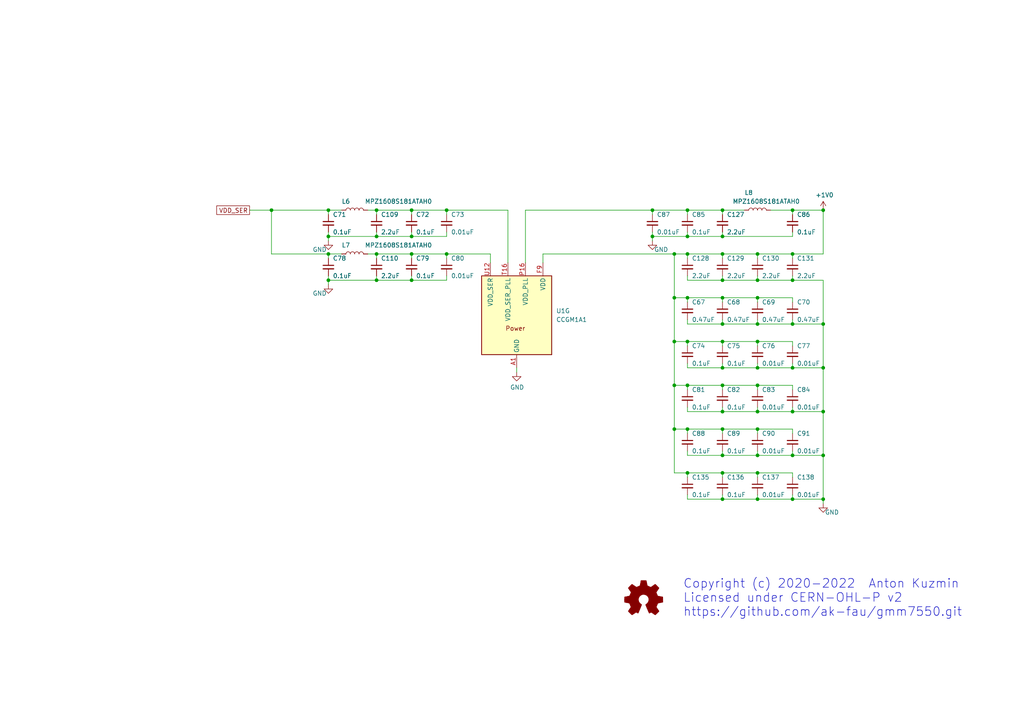
<source format=kicad_sch>
(kicad_sch (version 20211123) (generator eeschema)
  (paper "A4")
  (title_block (title "GateMate FPGA Module: GMM-7550") (date "2022-03-09") (rev "2.0"))
  (lib_symbols
    (symbol "Device:C_Small" (pin_numbers hide) (pin_names (offset 0.254) hide)
      (property "Reference" "C" (at 0.254 1.778 0))
      (property "Value" "Device_C_Small" (at 0.254 -2.032 0))
      (symbol "C_Small_1_1"
        (pin passive line (at 0 2.54 270) (length 2.032) (name "~") (number "1"))
        (pin passive line (at 0 -2.54 90) (length 2.032) (name "~") (number "2"))
      )
    )
    (symbol "Device:L" (pin_numbers hide) (pin_names (offset 1.016) hide)
      (property "Reference" "L" (at -1.27 0 90))
      (property "Value" "Device_L" (at 1.905 0 90))
      (symbol "L_1_1"
        (pin passive line (at 0 3.81 270) (length 1.27) (name "1") (number "1"))
        (pin passive line (at 0 -3.81 90) (length 1.27) (name "2") (number "2"))
      )
    )
    (symbol "FPGA_CologneChip_GateMate:CCGM1A1"
      (property "Reference" "U" (at -12.7 8.89 0))
      (property "Value" "CCGM1A1" (at 11.43 8.89 0))
      (symbol "CCGM1A1_1_1"
        (text "SERDES" (at 0 0 0) (effects (font (size 1.27 1.27))))
        (pin input line (at -15.24 5.08 0) (length 3.81) (name "SER_RX_P") (number "U11"))
        (pin output line (at 15.24 5.08 180) (length 3.81) (name "SER_TX_P") (number "U13"))
        (pin input line (at -15.24 2.54 0) (length 3.81) (name "SER_RX_N") (number "V11"))
        (pin passive line (at 15.24 -5.08 180) (length 3.81) (name "SER_RTERM") (number "V12"))
        (pin output line (at 15.24 2.54 180) (length 3.81) (name "SER_TX_N") (number "V13"))
      )
      (symbol "CCGM1A1_2_1"
        (text "CONFIGURATION" (at -11.43 6.35 0) (effects (font (size 1.27 1.27))))
        (pin bidirectional line (at 27.94 -7.62 180) (length 3.81) (name "IO_WA_A8/~{SPI_CS}") (number "N3"))
        (pin bidirectional line (at 27.94 -10.16 180) (length 3.81) (name "IO_WA_B8/SPI_CLK") (number "N4"))
        (pin power_in line (at 0 25.4 270) (length 3.81) (name "VDD_WA") (number "N5"))
        (pin bidirectional line (at 27.94 5.08 180) (length 3.81) (name "IO_WA_A7/SPI_D1") (number "P1"))
        (pin bidirectional line (at 27.94 7.62 180) (length 3.81) (name "IO_WA_B7/SPI_D0") (number "P2"))
        (pin passive line (at 0 25.4 270) (length 3.81) hide (name "VDD_WA") (number "P3"))
        (pin passive line (at 0 25.4 270) (length 3.81) hide (name "VDD_WA") (number "P5"))
        (pin bidirectional line (at 27.94 0 180) (length 3.81) (name "IO_WA_A6/SPI_D3") (number "R1"))
        (pin bidirectional line (at 27.94 2.54 180) (length 3.81) (name "IO_WA_B6/SPI_D2") (number "R2"))
        (pin bidirectional line (at -27.94 2.54 0) (length 3.81) (name "JTAG_TCK/IO_WA_A5") (number "R3"))
        (pin bidirectional line (at 27.94 -15.24 180) (length 3.81) (name "IO_WA_B5/SPI_FWD") (number "R4"))
        (pin bidirectional line (at -27.94 17.78 0) (length 3.81) (name "CFG_MD0/IO_WA_A0") (number "R5"))
        (pin passive line (at 0 25.4 270) (length 3.81) hide (name "VDD_WA") (number "T1"))
        (pin bidirectional line (at -27.94 -2.54 0) (length 3.81) (name "JTAG_TDI/IO_WA_A4") (number "T2"))
        (pin bidirectional line (at -27.94 0 0) (length 3.81) (name "JTAG_TMS/IO_WA_B4") (number "T3"))
        (pin bidirectional line (at -27.94 15.24 0) (length 3.81) (name "CFG_MD1/IO_WA_B0") (number "T5"))
        (pin bidirectional line (at -27.94 -12.7 0) (length 3.81) (name "POR_EN/IO_WA_A3") (number "U1"))
        (pin bidirectional line (at -27.94 -5.08 0) (length 3.81) (name "JTAG_TDO/IO_WA_B3") (number "U2"))
        (pin passive line (at 0 25.4 270) (length 3.81) hide (name "VDD_WA") (number "U3"))
        (pin bidirectional line (at -27.94 12.7 0) (length 3.81) (name "CFG_MD2/IO_WA_A1") (number "U4"))
        (pin bidirectional line (at 27.94 17.78 180) (length 3.81) (name "IO_WA_A2/~{CFG_FAILED}") (number "V2"))
        (pin bidirectional line (at 27.94 15.24 180) (length 3.81) (name "IO_WA_B2/CFG_DONE") (number "V3"))
        (pin bidirectional line (at -27.94 10.16 0) (length 3.81) (name "CFG_MD3/IO_WA_B1") (number "V4"))
      )
      (symbol "CCGM1A1_3_1"
        (text "IO North" (at 0 2.54 0) (effects (font (size 1.27 1.27))))
        (pin bidirectional line (at 17.78 10.16 180) (length 3.81) (name "IO_NB_B2") (number "A11"))
        (pin bidirectional line (at 17.78 -2.54 180) (length 3.81) (name "IO_NB_B4") (number "A12"))
        (pin bidirectional line (at 17.78 -17.78 180) (length 3.81) (name "IO_NB_B7") (number "A14"))
        (pin bidirectional line (at -17.78 22.86 0) (length 3.81) (name "IO_NA_A0") (number "A3"))
        (pin bidirectional line (at -17.78 17.78 0) (length 3.81) (name "IO_NA_A1") (number "A4"))
        (pin power_in line (at -2.54 30.48 270) (length 3.81) (name "VDD_NA") (number "A5"))
        (pin bidirectional line (at -17.78 0 0) (length 3.81) (name "IO_NA_A4") (number "A6"))
        (pin bidirectional line (at -17.78 -15.24 0) (length 3.81) (name "IO_NA_A7") (number "A8"))
        (pin bidirectional line (at 17.78 20.32 180) (length 3.81) (name "IO_NB_B0") (number "A9"))
        (pin power_in line (at 2.54 30.48 270) (length 3.81) (name "VDD_NB") (number "B10"))
        (pin bidirectional line (at 17.78 12.7 180) (length 3.81) (name "IO_NB_A2") (number "B11"))
        (pin bidirectional line (at 17.78 0 180) (length 3.81) (name "IO_NB_A4") (number "B12"))
        (pin passive line (at 2.54 30.48 270) (length 3.81) hide (name "VDD_NB") (number "B13"))
        (pin bidirectional line (at 17.78 -15.24 180) (length 3.81) (name "IO_NB_A7") (number "B14"))
        (pin bidirectional line (at -17.78 20.32 0) (length 3.81) (name "IO_NA_B0") (number "B3"))
        (pin bidirectional line (at -17.78 15.24 0) (length 3.81) (name "IO_NA_B1") (number "B4"))
        (pin bidirectional line (at -17.78 12.7 0) (length 3.81) (name "IO_NA_A2") (number "B5"))
        (pin bidirectional line (at -17.78 -2.54 0) (length 3.81) (name "IO_NA_B4") (number "B6"))
        (pin passive line (at -2.54 30.48 270) (length 3.81) hide (name "VDD_NA") (number "B7"))
        (pin bidirectional line (at -17.78 -17.78 0) (length 3.81) (name "IO_NA_B7") (number "B8"))
        (pin bidirectional line (at 17.78 22.86 180) (length 3.81) (name "IO_NB_A0") (number "B9"))
        (pin bidirectional line (at 17.78 15.24 180) (length 3.81) (name "IO_NB_B1") (number "C10"))
        (pin bidirectional line (at 17.78 5.08 180) (length 3.81) (name "IO_NB_B3") (number "C11"))
        (pin bidirectional line (at 17.78 -7.62 180) (length 3.81) (name "IO_NB_B5") (number "C12"))
        (pin bidirectional line (at 17.78 -12.7 180) (length 3.81) (name "IO_NB_B6") (number "C13"))
        (pin bidirectional line (at 17.78 -22.86 180) (length 3.81) (name "IO_NB_B8") (number "C14"))
        (pin bidirectional line (at -17.78 10.16 0) (length 3.81) (name "IO_NA_B2") (number "C5"))
        (pin bidirectional line (at -17.78 7.62 0) (length 3.81) (name "IO_NA_A3") (number "C6"))
        (pin bidirectional line (at -17.78 -5.08 0) (length 3.81) (name "IO_NA_A5") (number "C7"))
        (pin bidirectional line (at -17.78 -10.16 0) (length 3.81) (name "IO_NA_A6") (number "C8"))
        (pin bidirectional line (at -17.78 -20.32 0) (length 3.81) (name "IO_NA_A8") (number "C9"))
        (pin bidirectional line (at 17.78 17.78 180) (length 3.81) (name "IO_NB_A1") (number "D10"))
        (pin bidirectional line (at 17.78 7.62 180) (length 3.81) (name "IO_NB_A3") (number "D11"))
        (pin bidirectional line (at 17.78 -5.08 180) (length 3.81) (name "IO_NB_A5") (number "D12"))
        (pin bidirectional line (at 17.78 -10.16 180) (length 3.81) (name "IO_NB_A6") (number "D13"))
        (pin bidirectional line (at 17.78 -20.32 180) (length 3.81) (name "IO_NB_A8") (number "D14"))
        (pin bidirectional line (at -17.78 5.08 0) (length 3.81) (name "IO_NA_B3") (number "D6"))
        (pin bidirectional line (at -17.78 -7.62 0) (length 3.81) (name "IO_NA_B5") (number "D7"))
        (pin bidirectional line (at -17.78 -12.7 0) (length 3.81) (name "IO_NA_B6") (number "D8"))
        (pin bidirectional line (at -17.78 -22.86 0) (length 3.81) (name "IO_NA_B8") (number "D9"))
        (pin passive line (at 2.54 30.48 270) (length 3.81) hide (name "VDD_NB") (number "E10"))
        (pin passive line (at 2.54 30.48 270) (length 3.81) hide (name "VDD_NB") (number "E12"))
        (pin passive line (at -2.54 30.48 270) (length 3.81) hide (name "VDD_NA") (number "E6"))
        (pin passive line (at -2.54 30.48 270) (length 3.81) hide (name "VDD_NA") (number "E8"))
        (pin passive line (at 2.54 30.48 270) (length 3.81) hide (name "VDD_NB") (number "F11"))
        (pin passive line (at -2.54 30.48 270) (length 3.81) hide (name "VDD_NA") (number "F7"))
      )
      (symbol "CCGM1A1_4_1"
        (text "IO East" (at 0 2.54 0) (effects (font (size 1.27 1.27))))
        (pin bidirectional line (at 17.78 -22.86 180) (length 3.81) (name "IO_EB_B8") (number "A15"))
        (pin power_in line (at 2.54 30.48 270) (length 3.81) (name "VDD_EB") (number "A16"))
        (pin bidirectional line (at 17.78 -7.62 180) (length 3.81) (name "IO_EB_B5") (number "A17"))
        (pin bidirectional line (at 17.78 -20.32 180) (length 3.81) (name "IO_EB_A8") (number "B15"))
        (pin bidirectional line (at 17.78 -5.08 180) (length 3.81) (name "IO_EB_A5") (number "B17"))
        (pin passive line (at 2.54 30.48 270) (length 3.81) hide (name "VDD_EB") (number "B18"))
        (pin bidirectional line (at 17.78 -17.78 180) (length 3.81) (name "IO_EB_B7") (number "C15"))
        (pin bidirectional line (at 17.78 -12.7 180) (length 3.81) (name "IO_EB_B6") (number "C16"))
        (pin bidirectional line (at 17.78 -2.54 180) (length 3.81) (name "IO_EB_B4") (number "C17"))
        (pin bidirectional line (at 17.78 0 180) (length 3.81) (name "IO_EB_A4") (number "C18"))
        (pin bidirectional line (at 17.78 -15.24 180) (length 3.81) (name "IO_EB_A7") (number "D15"))
        (pin bidirectional line (at 17.78 -10.16 180) (length 3.81) (name "IO_EB_A6") (number "D16"))
        (pin bidirectional line (at 17.78 10.16 180) (length 3.81) (name "IO_EB_B2") (number "D17"))
        (pin bidirectional line (at 17.78 12.7 180) (length 3.81) (name "IO_EB_A2") (number "D18"))
        (pin passive line (at 2.54 30.48 270) (length 3.81) hide (name "VDD_EB") (number "E14"))
        (pin bidirectional line (at 17.78 5.08 180) (length 3.81) (name "IO_EB_B3") (number "E15"))
        (pin bidirectional line (at 17.78 7.62 180) (length 3.81) (name "IO_EB_A3") (number "E16"))
        (pin passive line (at 2.54 30.48 270) (length 3.81) hide (name "VDD_EB") (number "E17"))
        (pin passive line (at 2.54 30.48 270) (length 3.81) hide (name "VDD_EB") (number "F13"))
        (pin bidirectional line (at 17.78 15.24 180) (length 3.81) (name "IO_EB_B1") (number "F15"))
        (pin bidirectional line (at 17.78 17.78 180) (length 3.81) (name "IO_EB_A1") (number "F16"))
        (pin bidirectional line (at 17.78 20.32 180) (length 3.81) (name "IO_EB_B0") (number "F17"))
        (pin bidirectional line (at 17.78 22.86 180) (length 3.81) (name "IO_EB_A0") (number "F18"))
        (pin power_in line (at -2.54 30.48 270) (length 3.81) (name "VDD_EA") (number "G14"))
        (pin bidirectional line (at -17.78 -22.86 0) (length 3.81) (name "IO_EA_B8") (number "G15"))
        (pin bidirectional line (at -17.78 -20.32 0) (length 3.81) (name "IO_EA_A8") (number "G16"))
        (pin bidirectional line (at -17.78 -17.78 0) (length 3.81) (name "IO_EA_B7") (number "G17"))
        (pin bidirectional line (at -17.78 -15.24 0) (length 3.81) (name "IO_EA_A7") (number "G18"))
        (pin bidirectional line (at -17.78 -12.7 0) (length 3.81) (name "IO_EA_B6") (number "H15"))
        (pin bidirectional line (at -17.78 -10.16 0) (length 3.81) (name "IO_EA_A6") (number "H16"))
        (pin passive line (at -2.54 30.48 270) (length 3.81) hide (name "VDD_EA") (number "H17"))
        (pin passive line (at -2.54 30.48 270) (length 3.81) hide (name "VDD_EA") (number "J14"))
        (pin bidirectional line (at -17.78 -7.62 0) (length 3.81) (name "IO_EA_B5") (number "J15"))
        (pin bidirectional line (at -17.78 -5.08 0) (length 3.81) (name "IO_EA_A5") (number "J16"))
        (pin bidirectional line (at -17.78 -2.54 0) (length 3.81) (name "IO_EA_B4") (number "J17"))
        (pin bidirectional line (at -17.78 0 0) (length 3.81) (name "IO_EA_A4") (number "J18"))
        (pin bidirectional line (at -17.78 5.08 0) (length 3.81) (name "IO_EA_B3") (number "K15"))
        (pin bidirectional line (at -17.78 7.62 0) (length 3.81) (name "IO_EA_A3") (number "K16"))
        (pin bidirectional line (at -17.78 10.16 0) (length 3.81) (name "IO_EA_B2") (number "K17"))
        (pin bidirectional line (at -17.78 12.7 0) (length 3.81) (name "IO_EA_A2") (number "K18"))
        (pin passive line (at -2.54 30.48 270) (length 3.81) hide (name "VDD_EA") (number "L14"))
        (pin bidirectional line (at -17.78 15.24 0) (length 3.81) (name "IO_EA_B1") (number "L15"))
        (pin bidirectional line (at -17.78 17.78 0) (length 3.81) (name "IO_EA_A1") (number "L16"))
        (pin passive line (at -2.54 30.48 270) (length 3.81) hide (name "VDD_EA") (number "L17"))
        (pin bidirectional line (at -17.78 20.32 0) (length 3.81) (name "IO_EA_B0") (number "M14"))
        (pin bidirectional line (at -17.78 22.86 0) (length 3.81) (name "IO_EA_A0") (number "M15"))
      )
      (symbol "CCGM1A1_5_1"
        (text "IO South" (at 0 2.54 0) (effects (font (size 1.27 1.27))))
        (pin bidirectional line (at 17.78 7.62 180) (length 3.81) (name "IO_SB_A3") (number "M17"))
        (pin bidirectional line (at 17.78 5.08 180) (length 3.81) (name "IO_SB_B3") (number "M18"))
        (pin power_in line (at 2.54 30.48 270) (length 3.81) (name "VDD_SB") (number "N11"))
        (pin passive line (at 2.54 30.48 270) (length 3.81) hide (name "VDD_SB") (number "N13"))
        (pin bidirectional line (at 17.78 -20.32 180) (length 3.81) (name "CLK1/IO_SB_A8") (number "N14"))
        (pin bidirectional line (at 17.78 -22.86 180) (length 3.81) (name "IO_SB_B8") (number "N15"))
        (pin passive line (at 2.54 30.48 270) (length 3.81) hide (name "VDD_SB") (number "N18"))
        (pin passive line (at -2.54 30.48 270) (length 3.81) hide (name "VDD_SA") (number "P10"))
        (pin bidirectional line (at 17.78 0 180) (length 3.81) (name "IO_SB_A4") (number "P11"))
        (pin bidirectional line (at 17.78 -15.24 180) (length 3.81) (name "CLK2/IO_SB_A7") (number "P12"))
        (pin bidirectional line (at 17.78 -17.78 180) (length 3.81) (name "IO_SB_B7") (number "P13"))
        (pin bidirectional line (at 17.78 -10.16 180) (length 3.81) (name "CLK3/IO_SB_A6") (number "P14"))
        (pin bidirectional line (at 17.78 -12.7 180) (length 3.81) (name "IO_SB_B6") (number "P15"))
        (pin bidirectional line (at 17.78 12.7 180) (length 3.81) (name "IO_SB_A2") (number "P17"))
        (pin bidirectional line (at 17.78 10.16 180) (length 3.81) (name "IO_SB_B2") (number "P18"))
        (pin power_in line (at -2.54 30.48 270) (length 3.81) (name "VDD_SA") (number "P6"))
        (pin passive line (at -2.54 30.48 270) (length 3.81) hide (name "VDD_SA") (number "P8"))
        (pin bidirectional line (at -17.78 -15.24 0) (length 3.81) (name "IO_SA_A7") (number "R10"))
        (pin bidirectional line (at 17.78 -2.54 180) (length 3.81) (name "IO_SB_B4") (number "R11"))
        (pin bidirectional line (at 17.78 -5.08 180) (length 3.81) (name "CLK4/IO_SB_A5") (number "R13"))
        (pin bidirectional line (at 17.78 -7.62 180) (length 3.81) (name "IO_SB_B5") (number "R14"))
        (pin passive line (at 2.54 30.48 270) (length 3.81) hide (name "VDD_SB") (number "R15"))
        (pin bidirectional line (at 17.78 17.78 180) (length 3.81) (name "IO_SB_A1") (number "R17"))
        (pin bidirectional line (at 17.78 15.24 180) (length 3.81) (name "IO_SB_B1") (number "R18"))
        (pin bidirectional line (at -17.78 17.78 0) (length 3.81) (name "IO_SA_A1") (number "R6"))
        (pin bidirectional line (at -17.78 12.7 0) (length 3.81) (name "IO_SA_A2") (number "R7"))
        (pin bidirectional line (at -17.78 0 0) (length 3.81) (name "IO_SA_A4") (number "R8"))
        (pin bidirectional line (at -17.78 -10.16 0) (length 3.81) (name "IO_SA_A6") (number "R9"))
        (pin bidirectional line (at -17.78 -17.78 0) (length 3.81) (name "IO_SA_B7") (number "T10"))
        (pin passive line (at 2.54 30.48 270) (length 3.81) hide (name "VDD_SB") (number "T18"))
        (pin bidirectional line (at -17.78 15.24 0) (length 3.81) (name "IO_SA_B1") (number "T6"))
        (pin bidirectional line (at -17.78 10.16 0) (length 3.81) (name "IO_SA_B2") (number "T7"))
        (pin bidirectional line (at -17.78 -2.54 0) (length 3.81) (name "IO_SA_B4") (number "T8"))
        (pin bidirectional line (at -17.78 -12.7 0) (length 3.81) (name "IO_SA_B6") (number "T9"))
        (pin bidirectional line (at -17.78 -20.32 0) (length 3.81) (name "IO_SA_A8") (number "U10"))
        (pin bidirectional line (at 17.78 22.86 180) (length 3.81) (name "IO_SB_A0") (number "U17"))
        (pin bidirectional line (at 17.78 20.32 180) (length 3.81) (name "IO_SB_B0") (number "U18"))
        (pin bidirectional line (at -17.78 22.86 0) (length 3.81) (name "IO_SA_A0") (number "U5"))
        (pin passive line (at -2.54 30.48 270) (length 3.81) hide (name "VDD_SA") (number "U6"))
        (pin bidirectional line (at -17.78 7.62 0) (length 3.81) (name "IO_SA_A3") (number "U7"))
        (pin bidirectional line (at -17.78 -5.08 0) (length 3.81) (name "IO_SA_A5") (number "U8"))
        (pin passive line (at -2.54 30.48 270) (length 3.81) hide (name "VDD_SA") (number "U9"))
        (pin bidirectional line (at -17.78 -22.86 0) (length 3.81) (name "IO_SA_B8") (number "V10"))
        (pin bidirectional line (at -17.78 20.32 0) (length 3.81) (name "IO_SA_B0") (number "V5"))
        (pin bidirectional line (at -17.78 5.08 0) (length 3.81) (name "IO_SA_B3") (number "V7"))
        (pin bidirectional line (at -17.78 -7.62 0) (length 3.81) (name "IO_SA_B5") (number "V8"))
      )
      (symbol "CCGM1A1_6_1"
        (text "IO West" (at 0 2.54 0) (effects (font (size 1.27 1.27))))
        (pin power_in line (at 2.54 30.48 270) (length 3.81) (name "VDD_WC") (number "A2"))
        (pin bidirectional line (at 17.78 -20.32 180) (length 3.81) (name "IO_WC_A8") (number "B1"))
        (pin bidirectional line (at 17.78 -22.86 180) (length 3.81) (name "IO_WC_B8") (number "B2"))
        (pin passive line (at 2.54 30.48 270) (length 3.81) hide (name "VDD_WC") (number "C2"))
        (pin bidirectional line (at 17.78 -15.24 180) (length 3.81) (name "IO_WC_A7") (number "C3"))
        (pin bidirectional line (at 17.78 -17.78 180) (length 3.81) (name "IO_WC_B7") (number "C4"))
        (pin bidirectional line (at 17.78 -5.08 180) (length 3.81) (name "IO_WC_A5") (number "D1"))
        (pin bidirectional line (at 17.78 -7.62 180) (length 3.81) (name "IO_WC_B5") (number "D2"))
        (pin bidirectional line (at 17.78 -10.16 180) (length 3.81) (name "IO_WC_A6") (number "D3"))
        (pin bidirectional line (at 17.78 -12.7 180) (length 3.81) (name "IO_WC_B6") (number "D4"))
        (pin passive line (at 2.54 30.48 270) (length 3.81) hide (name "VDD_WC") (number "D5"))
        (pin bidirectional line (at 17.78 7.62 180) (length 3.81) (name "IO_WC_A3") (number "E1"))
        (pin bidirectional line (at 17.78 5.08 180) (length 3.81) (name "IO_WC_B3") (number "E2"))
        (pin bidirectional line (at 17.78 0 180) (length 3.81) (name "IO_WC_A4") (number "E3"))
        (pin bidirectional line (at 17.78 -2.54 180) (length 3.81) (name "IO_WC_B4") (number "E4"))
        (pin passive line (at 2.54 30.48 270) (length 3.81) hide (name "VDD_WC") (number "F2"))
        (pin bidirectional line (at 17.78 12.7 180) (length 3.81) (name "IO_WC_A2") (number "F3"))
        (pin bidirectional line (at 17.78 10.16 180) (length 3.81) (name "IO_WC_B2") (number "F4"))
        (pin passive line (at 2.54 30.48 270) (length 3.81) hide (name "VDD_WC") (number "F5"))
        (pin bidirectional line (at 17.78 22.86 180) (length 3.81) (name "IO_WC_A0") (number "G1"))
        (pin bidirectional line (at 17.78 20.32 180) (length 3.81) (name "IO_WC_B0") (number "G2"))
        (pin bidirectional line (at 17.78 17.78 180) (length 3.81) (name "IO_WC_A1") (number "G3"))
        (pin bidirectional line (at 17.78 15.24 180) (length 3.81) (name "IO_WC_B1") (number "G4"))
        (pin bidirectional line (at -17.78 -15.24 0) (length 3.81) (name "IO_WB_A7") (number "H1"))
        (pin bidirectional line (at -17.78 -17.78 0) (length 3.81) (name "IO_WB_B7") (number "H2"))
        (pin bidirectional line (at -17.78 -20.32 0) (length 3.81) (name "IO_WB_A8") (number "H3"))
        (pin bidirectional line (at -17.78 -22.86 0) (length 3.81) (name "IO_WB_B8") (number "H4"))
        (pin power_in line (at -2.54 30.48 270) (length 3.81) (name "VDD_WB") (number "H5"))
        (pin passive line (at -2.54 30.48 270) (length 3.81) hide (name "VDD_WB") (number "J2"))
        (pin bidirectional line (at -17.78 -10.16 0) (length 3.81) (name "IO_WB_A6") (number "J3"))
        (pin bidirectional line (at -17.78 -12.7 0) (length 3.81) (name "IO_WB_B6") (number "J4"))
        (pin bidirectional line (at -17.78 -5.08 0) (length 3.81) (name "IO_WB_A5") (number "K1"))
        (pin bidirectional line (at -17.78 -7.62 0) (length 3.81) (name "IO_WB_B5") (number "K2"))
        (pin bidirectional line (at -17.78 0 0) (length 3.81) (name "IO_WB_A4") (number "K3"))
        (pin bidirectional line (at -17.78 -2.54 0) (length 3.81) (name "IO_WB_B4") (number "K4"))
        (pin passive line (at -2.54 30.48 270) (length 3.81) hide (name "VDD_WB") (number "K5"))
        (pin bidirectional line (at -17.78 7.62 0) (length 3.81) (name "IO_WB_A3") (number "L1"))
        (pin bidirectional line (at -17.78 5.08 0) (length 3.81) (name "IO_WB_B3") (number "L2"))
        (pin bidirectional line (at -17.78 12.7 0) (length 3.81) (name "IO_WB_A2") (number "L3"))
        (pin bidirectional line (at -17.78 10.16 0) (length 3.81) (name "IO_WB_B2") (number "L4"))
        (pin passive line (at -2.54 30.48 270) (length 3.81) hide (name "VDD_WB") (number "M2"))
        (pin bidirectional line (at -17.78 17.78 0) (length 3.81) (name "IO_WB_A1") (number "M3"))
        (pin bidirectional line (at -17.78 15.24 0) (length 3.81) (name "IO_WB_B1") (number "M4"))
        (pin passive line (at -2.54 30.48 270) (length 3.81) hide (name "VDD_WB") (number "M5"))
        (pin bidirectional line (at -17.78 22.86 0) (length 3.81) (name "IO_WB_A0") (number "N1"))
        (pin bidirectional line (at -17.78 20.32 0) (length 3.81) (name "IO_WB_B0") (number "N2"))
      )
      (symbol "CCGM1A1_7_1"
        (text "Power" (at 2.54 -3.81 0) (effects (font (size 1.27 1.27)) (justify right)))
        (pin power_in line (at 0 -15.24 90) (length 3.81) (name "GND") (number "A1"))
        (pin passive line (at 0 -15.24 90) (length 3.81) hide (name "GND") (number "A10"))
        (pin passive line (at 0 -15.24 90) (length 3.81) hide (name "GND") (number "A13"))
        (pin passive line (at 0 -15.24 90) (length 3.81) hide (name "GND") (number "A18"))
        (pin passive line (at 0 -15.24 90) (length 3.81) hide (name "GND") (number "A7"))
        (pin passive line (at 0 -15.24 90) (length 3.81) hide (name "GND") (number "B16"))
        (pin passive line (at 0 -15.24 90) (length 3.81) hide (name "GND") (number "C1"))
        (pin passive line (at 0 -15.24 90) (length 3.81) hide (name "GND") (number "E11"))
        (pin passive line (at 0 -15.24 90) (length 3.81) hide (name "GND") (number "E13"))
        (pin passive line (at 0 -15.24 90) (length 3.81) hide (name "GND") (number "E18"))
        (pin passive line (at 0 -15.24 90) (length 3.81) hide (name "GND") (number "E5"))
        (pin passive line (at 0 -15.24 90) (length 3.81) hide (name "GND") (number "E7"))
        (pin passive line (at 0 -15.24 90) (length 3.81) hide (name "GND") (number "E9"))
        (pin passive line (at 0 -15.24 90) (length 3.81) hide (name "GND") (number "F1"))
        (pin passive line (at 0 -15.24 90) (length 3.81) hide (name "GND") (number "F10"))
        (pin passive line (at 0 -15.24 90) (length 3.81) hide (name "GND") (number "F12"))
        (pin passive line (at 0 -15.24 90) (length 3.81) hide (name "GND") (number "F14"))
        (pin passive line (at 0 -15.24 90) (length 3.81) hide (name "GND") (number "F6"))
        (pin passive line (at 0 -15.24 90) (length 3.81) hide (name "GND") (number "F8"))
        (pin power_in line (at 7.62 15.24 270) (length 3.81) (name "VDD") (number "F9"))
        (pin passive line (at 7.62 15.24 270) (length 3.81) hide (name "VDD") (number "G10"))
        (pin passive line (at 0 -15.24 90) (length 3.81) hide (name "GND") (number "G11"))
        (pin passive line (at 7.62 15.24 270) (length 3.81) hide (name "VDD") (number "G12"))
        (pin passive line (at 0 -15.24 90) (length 3.81) hide (name "GND") (number "G13"))
        (pin passive line (at 0 -15.24 90) (length 3.81) hide (name "GND") (number "G5"))
        (pin passive line (at 7.62 15.24 270) (length 3.81) hide (name "VDD") (number "G6"))
        (pin passive line (at 0 -15.24 90) (length 3.81) hide (name "GND") (number "G7"))
        (pin passive line (at 7.62 15.24 270) (length 3.81) hide (name "VDD") (number "G8"))
        (pin passive line (at 0 -15.24 90) (length 3.81) hide (name "GND") (number "G9"))
        (pin passive line (at 0 -15.24 90) (length 3.81) hide (name "GND") (number "H10"))
        (pin passive line (at 7.62 15.24 270) (length 3.81) hide (name "VDD") (number "H11"))
        (pin passive line (at 0 -15.24 90) (length 3.81) hide (name "GND") (number "H12"))
        (pin passive line (at 7.62 15.24 270) (length 3.81) hide (name "VDD") (number "H13"))
        (pin passive line (at 0 -15.24 90) (length 3.81) hide (name "GND") (number "H14"))
        (pin passive line (at 0 -15.24 90) (length 3.81) hide (name "GND") (number "H18"))
        (pin passive line (at 0 -15.24 90) (length 3.81) hide (name "GND") (number "H6"))
        (pin passive line (at 7.62 15.24 270) (length 3.81) hide (name "VDD") (number "H7"))
        (pin passive line (at 0 -15.24 90) (length 3.81) hide (name "GND") (number "H8"))
        (pin passive line (at 7.62 15.24 270) (length 3.81) hide (name "VDD") (number "H9"))
        (pin passive line (at 0 -15.24 90) (length 3.81) hide (name "GND") (number "J1"))
        (pin passive line (at 7.62 15.24 270) (length 3.81) hide (name "VDD") (number "J10"))
        (pin passive line (at 0 -15.24 90) (length 3.81) hide (name "GND") (number "J11"))
        (pin passive line (at 7.62 15.24 270) (length 3.81) hide (name "VDD") (number "J12"))
        (pin passive line (at 0 -15.24 90) (length 3.81) hide (name "GND") (number "J13"))
        (pin passive line (at 0 -15.24 90) (length 3.81) hide (name "GND") (number "J5"))
        (pin passive line (at 7.62 15.24 270) (length 3.81) hide (name "VDD") (number "J6"))
        (pin passive line (at 0 -15.24 90) (length 3.81) hide (name "GND") (number "J7"))
        (pin passive line (at 7.62 15.24 270) (length 3.81) hide (name "VDD") (number "J8"))
        (pin passive line (at 0 -15.24 90) (length 3.81) hide (name "GND") (number "J9"))
        (pin passive line (at 0 -15.24 90) (length 3.81) hide (name "GND") (number "K10"))
        (pin passive line (at 7.62 15.24 270) (length 3.81) hide (name "VDD") (number "K11"))
        (pin passive line (at 0 -15.24 90) (length 3.81) hide (name "GND") (number "K12"))
        (pin passive line (at 7.62 15.24 270) (length 3.81) hide (name "VDD") (number "K13"))
        (pin passive line (at 0 -15.24 90) (length 3.81) hide (name "GND") (number "K14"))
        (pin passive line (at 0 -15.24 90) (length 3.81) hide (name "GND") (number "K6"))
        (pin passive line (at 7.62 15.24 270) (length 3.81) hide (name "VDD") (number "K7"))
        (pin passive line (at 0 -15.24 90) (length 3.81) hide (name "GND") (number "K8"))
        (pin passive line (at 7.62 15.24 270) (length 3.81) hide (name "VDD") (number "K9"))
        (pin passive line (at 7.62 15.24 270) (length 3.81) hide (name "VDD") (number "L10"))
        (pin passive line (at 0 -15.24 90) (length 3.81) hide (name "GND") (number "L11"))
        (pin passive line (at 7.62 15.24 270) (length 3.81) hide (name "VDD") (number "L12"))
        (pin passive line (at 0 -15.24 90) (length 3.81) hide (name "GND") (number "L13"))
        (pin passive line (at 0 -15.24 90) (length 3.81) hide (name "GND") (number "L18"))
        (pin passive line (at 0 -15.24 90) (length 3.81) hide (name "GND") (number "L5"))
        (pin passive line (at 7.62 15.24 270) (length 3.81) hide (name "VDD") (number "L6"))
        (pin passive line (at 0 -15.24 90) (length 3.81) hide (name "GND") (number "L7"))
        (pin passive line (at 7.62 15.24 270) (length 3.81) hide (name "VDD") (number "L8"))
        (pin passive line (at 0 -15.24 90) (length 3.81) hide (name "GND") (number "L9"))
        (pin passive line (at 0 -15.24 90) (length 3.81) hide (name "GND") (number "M1"))
        (pin passive line (at 0 -15.24 90) (length 3.81) hide (name "GND") (number "M10"))
        (pin passive line (at 7.62 15.24 270) (length 3.81) hide (name "VDD") (number "M11"))
        (pin passive line (at 0 -15.24 90) (length 3.81) hide (name "GND") (number "M12"))
        (pin passive line (at 7.62 15.24 270) (length 3.81) hide (name "VDD") (number "M13"))
        (pin passive line (at 0 -15.24 90) (length 3.81) hide (name "GND") (number "M16"))
        (pin passive line (at 0 -15.24 90) (length 3.81) hide (name "GND") (number "M6"))
        (pin passive line (at 7.62 15.24 270) (length 3.81) hide (name "VDD") (number "M7"))
        (pin passive line (at 0 -15.24 90) (length 3.81) hide (name "GND") (number "M8"))
        (pin passive line (at 7.62 15.24 270) (length 3.81) hide (name "VDD") (number "M9"))
        (pin passive line (at 7.62 15.24 270) (length 3.81) hide (name "VDD") (number "N10"))
        (pin passive line (at 0 -15.24 90) (length 3.81) hide (name "GND") (number "N12"))
        (pin no_connect line (at 10.16 -7.62 180) (length 3.81) hide (name "NC") (number "N16"))
        (pin passive line (at 0 -15.24 90) (length 3.81) hide (name "GND") (number "N17"))
        (pin passive line (at 7.62 15.24 270) (length 3.81) hide (name "VDD") (number "N6"))
        (pin passive line (at 0 -15.24 90) (length 3.81) hide (name "GND") (number "N7"))
        (pin passive line (at 7.62 15.24 270) (length 3.81) hide (name "VDD") (number "N8"))
        (pin passive line (at 0 -15.24 90) (length 3.81) hide (name "GND") (number "N9"))
        (pin power_in line (at 2.54 15.24 270) (length 3.81) (name "VDD_PLL") (number "P16"))
        (pin passive line (at 0 -15.24 90) (length 3.81) hide (name "GND") (number "P4"))
        (pin passive line (at 0 -15.24 90) (length 3.81) hide (name "GND") (number "P7"))
        (pin passive line (at 0 -15.24 90) (length 3.81) hide (name "GND") (number "P9"))
        (pin passive line (at 0 -15.24 90) (length 3.81) hide (name "GND") (number "R12"))
        (pin passive line (at 0 -15.24 90) (length 3.81) hide (name "GND") (number "R16"))
        (pin passive line (at 0 -15.24 90) (length 3.81) hide (name "GND") (number "T11"))
        (pin power_in line (at -2.54 15.24 270) (length 3.81) (name "VDD_SER_PLL") (number "T16"))
        (pin passive line (at 0 -15.24 90) (length 3.81) hide (name "GND") (number "T17"))
        (pin passive line (at 0 -15.24 90) (length 3.81) hide (name "GND") (number "T4"))
        (pin power_in line (at -7.62 15.24 270) (length 3.81) (name "VDD_SER") (number "U12"))
        (pin passive line (at 0 -15.24 90) (length 3.81) hide (name "GND") (number "U14"))
        (pin passive line (at 0 -15.24 90) (length 3.81) hide (name "GND") (number "U15"))
        (pin passive line (at 0 -15.24 90) (length 3.81) hide (name "GND") (number "U16"))
        (pin passive line (at 0 -15.24 90) (length 3.81) hide (name "GND") (number "V1"))
        (pin passive line (at 0 -15.24 90) (length 3.81) hide (name "GND") (number "V14"))
        (pin passive line (at 0 -15.24 90) (length 3.81) hide (name "GND") (number "V16"))
        (pin passive line (at -7.62 15.24 270) (length 3.81) hide (name "VDD_SER") (number "V17"))
        (pin passive line (at 0 -15.24 90) (length 3.81) hide (name "GND") (number "V18"))
        (pin passive line (at 0 -15.24 90) (length 3.81) hide (name "GND") (number "V6"))
        (pin passive line (at 0 -15.24 90) (length 3.81) hide (name "GND") (number "V9"))
      )
      (symbol "CCGM1A1_8_1"
        (pin input line (at -15.24 2.54 0) (length 3.81) (name "SER_CLK") (number "T12"))
        (pin input line (at -15.24 -2.54 0) (length 3.81) (name "SER_CLK_N") (number "T13"))
        (pin power_in line (at 0 12.7 270) (length 3.81) (name "VDD_CLK") (number "T14"))
        (pin input line (at 15.24 2.54 180) (length 3.81) (name "~{RESET}") (number "T15"))
        (pin passive line (at 15.24 -2.54 180) (length 3.81) (name "POR_ADJ") (number "V15"))
      )
    )
    (symbol "Graphic:Logo_Open_Hardware_Small" (pin_names (offset 1.016)))
    (symbol "power:+1V0" (power) (pin_names (offset 0))
      (property "Value" "power_+1V0" (at 0 3.556 0))
      (symbol "+1V0_1_1"
        (pin power_in line (at 0 0 90) (length 0) hide (name "+1V0") (number "1"))
      )
    )
    (symbol "power:GND" (power) (pin_names (offset 0))
      (property "Value" "power_GND" (at 0 -3.81 0))
      (symbol "GND_1_1"
        (pin power_in line (at 0 0 270) (length 0) hide (name "GND") (number "1"))
      )
    )
  )
  (junction (at 229.87 81.28))
  (junction (at 238.76 106.68))
  (junction (at 95.25 81.28))
  (junction (at 209.55 119.38))
  (junction (at 219.71 86.36))
  (junction (at 229.87 60.96))
  (junction (at 219.71 111.76))
  (junction (at 209.55 137.16))
  (junction (at 119.38 68.58))
  (junction (at 229.87 132.08))
  (junction (at 219.71 73.66))
  (junction (at 195.58 111.76))
  (junction (at 238.76 119.38))
  (junction (at 238.76 93.98))
  (junction (at 238.76 60.96))
  (junction (at 229.87 93.98))
  (junction (at 119.38 81.28))
  (junction (at 189.23 60.96))
  (junction (at 199.39 111.76))
  (junction (at 209.55 73.66))
  (junction (at 209.55 144.78))
  (junction (at 109.22 73.66))
  (junction (at 219.71 137.16))
  (junction (at 109.22 60.96))
  (junction (at 109.22 81.28))
  (junction (at 195.58 99.06))
  (junction (at 199.39 60.96))
  (junction (at 199.39 99.06))
  (junction (at 219.71 144.78))
  (junction (at 209.55 86.36))
  (junction (at 209.55 124.46))
  (junction (at 189.23 68.58))
  (junction (at 209.55 93.98))
  (junction (at 209.55 68.58))
  (junction (at 219.71 124.46))
  (junction (at 219.71 106.68))
  (junction (at 229.87 144.78))
  (junction (at 95.25 73.66))
  (junction (at 129.54 60.96))
  (junction (at 229.87 119.38))
  (junction (at 119.38 73.66))
  (junction (at 238.76 132.08))
  (junction (at 199.39 86.36))
  (junction (at 199.39 73.66))
  (junction (at 219.71 119.38))
  (junction (at 229.87 106.68))
  (junction (at 238.76 144.78))
  (junction (at 109.22 68.58))
  (junction (at 209.55 132.08))
  (junction (at 219.71 132.08))
  (junction (at 195.58 86.36))
  (junction (at 95.25 68.58))
  (junction (at 229.87 73.66))
  (junction (at 219.71 93.98))
  (junction (at 209.55 81.28))
  (junction (at 78.74 60.96))
  (junction (at 129.54 73.66))
  (junction (at 119.38 60.96))
  (junction (at 199.39 137.16))
  (junction (at 209.55 106.68))
  (junction (at 195.58 124.46))
  (junction (at 195.58 73.66))
  (junction (at 209.55 111.76))
  (junction (at 219.71 99.06))
  (junction (at 199.39 68.58))
  (junction (at 209.55 99.06))
  (junction (at 209.55 60.96))
  (junction (at 219.71 81.28))
  (junction (at 95.25 60.96))
  (junction (at 199.39 124.46))
  (wire (pts (xy 95.25 81.28) (xy 95.25 82.55)))
  (wire (pts (xy 119.38 80.01) (xy 119.38 81.28)))
  (wire (pts (xy 209.55 86.36) (xy 199.39 86.36)))
  (wire (pts (xy 229.87 60.96) (xy 238.76 60.96)))
  (wire (pts (xy 219.71 143.51) (xy 219.71 144.78)))
  (wire (pts (xy 209.55 87.63) (xy 209.55 86.36)))
  (wire (pts (xy 195.58 137.16) (xy 195.58 124.46)))
  (wire (pts (xy 119.38 60.96) (xy 129.54 60.96)))
  (wire (pts (xy 199.39 111.76) (xy 199.39 113.03)))
  (wire (pts (xy 199.39 124.46) (xy 199.39 125.73)))
  (wire (pts (xy 152.4 60.96) (xy 152.4 76.2)))
  (wire (pts (xy 219.71 106.68) (xy 229.87 106.68)))
  (wire (pts (xy 78.74 73.66) (xy 95.25 73.66)))
  (wire (pts (xy 199.39 87.63) (xy 199.39 86.36)))
  (wire (pts (xy 195.58 99.06) (xy 195.58 111.76)))
  (wire (pts (xy 95.25 81.28) (xy 109.22 81.28)))
  (wire (pts (xy 219.71 93.98) (xy 229.87 93.98)))
  (wire (pts (xy 199.39 92.71) (xy 199.39 93.98)))
  (wire (pts (xy 219.71 118.11) (xy 219.71 119.38)))
  (wire (pts (xy 195.58 111.76) (xy 199.39 111.76)))
  (wire (pts (xy 199.39 111.76) (xy 209.55 111.76)))
  (wire (pts (xy 229.87 124.46) (xy 229.87 125.73)))
  (wire (pts (xy 72.39 60.96) (xy 78.74 60.96)))
  (wire (pts (xy 238.76 146.05) (xy 238.76 144.78)))
  (wire (pts (xy 189.23 68.58) (xy 199.39 68.58)))
  (wire (pts (xy 109.22 68.58) (xy 119.38 68.58)))
  (wire (pts (xy 219.71 99.06) (xy 229.87 99.06)))
  (wire (pts (xy 199.39 99.06) (xy 209.55 99.06)))
  (wire (pts (xy 219.71 137.16) (xy 229.87 137.16)))
  (wire (pts (xy 229.87 93.98) (xy 238.76 93.98)))
  (wire (pts (xy 229.87 118.11) (xy 229.87 119.38)))
  (wire (pts (xy 129.54 73.66) (xy 142.24 73.66)))
  (wire (pts (xy 195.58 99.06) (xy 199.39 99.06)))
  (wire (pts (xy 189.23 60.96) (xy 199.39 60.96)))
  (wire (pts (xy 199.39 80.01) (xy 199.39 81.28)))
  (wire (pts (xy 95.25 60.96) (xy 99.06 60.96)))
  (wire (pts (xy 195.58 73.66) (xy 157.48 73.66)))
  (wire (pts (xy 109.22 80.01) (xy 109.22 81.28)))
  (wire (pts (xy 195.58 86.36) (xy 195.58 99.06)))
  (wire (pts (xy 238.76 93.98) (xy 238.76 106.68)))
  (wire (pts (xy 219.71 81.28) (xy 219.71 80.01)))
  (wire (pts (xy 142.24 73.66) (xy 142.24 76.2)))
  (wire (pts (xy 106.68 60.96) (xy 109.22 60.96)))
  (wire (pts (xy 199.39 99.06) (xy 199.39 100.33)))
  (wire (pts (xy 199.39 81.28) (xy 209.55 81.28)))
  (wire (pts (xy 219.71 137.16) (xy 219.71 138.43)))
  (wire (pts (xy 199.39 60.96) (xy 209.55 60.96)))
  (wire (pts (xy 229.87 86.36) (xy 219.71 86.36)))
  (wire (pts (xy 209.55 130.81) (xy 209.55 132.08)))
  (wire (pts (xy 229.87 111.76) (xy 229.87 113.03)))
  (wire (pts (xy 157.48 73.66) (xy 157.48 76.2)))
  (wire (pts (xy 195.58 137.16) (xy 199.39 137.16)))
  (wire (pts (xy 229.87 81.28) (xy 229.87 80.01)))
  (wire (pts (xy 199.39 74.93) (xy 199.39 73.66)))
  (wire (pts (xy 219.71 86.36) (xy 209.55 86.36)))
  (wire (pts (xy 199.39 132.08) (xy 209.55 132.08)))
  (wire (pts (xy 209.55 67.31) (xy 209.55 68.58)))
  (wire (pts (xy 95.25 74.93) (xy 95.25 73.66)))
  (wire (pts (xy 119.38 67.31) (xy 119.38 68.58)))
  (wire (pts (xy 95.25 68.58) (xy 95.25 69.85)))
  (wire (pts (xy 95.25 73.66) (xy 99.06 73.66)))
  (wire (pts (xy 199.39 67.31) (xy 199.39 68.58)))
  (wire (pts (xy 209.55 144.78) (xy 219.71 144.78)))
  (wire (pts (xy 109.22 81.28) (xy 119.38 81.28)))
  (wire (pts (xy 199.39 144.78) (xy 209.55 144.78)))
  (wire (pts (xy 119.38 60.96) (xy 119.38 62.23)))
  (wire (pts (xy 229.87 81.28) (xy 238.76 81.28)))
  (wire (pts (xy 209.55 124.46) (xy 209.55 125.73)))
  (wire (pts (xy 199.39 124.46) (xy 209.55 124.46)))
  (wire (pts (xy 209.55 118.11) (xy 209.55 119.38)))
  (wire (pts (xy 229.87 74.93) (xy 229.87 73.66)))
  (wire (pts (xy 199.39 119.38) (xy 209.55 119.38)))
  (wire (pts (xy 95.25 80.01) (xy 95.25 81.28)))
  (wire (pts (xy 189.23 68.58) (xy 189.23 69.85)))
  (wire (pts (xy 209.55 105.41) (xy 209.55 106.68)))
  (wire (pts (xy 209.55 68.58) (xy 229.87 68.58)))
  (wire (pts (xy 109.22 67.31) (xy 109.22 68.58)))
  (wire (pts (xy 219.71 111.76) (xy 219.71 113.03)))
  (wire (pts (xy 199.39 62.23) (xy 199.39 60.96)))
  (wire (pts (xy 199.39 130.81) (xy 199.39 132.08)))
  (wire (pts (xy 219.71 124.46) (xy 219.71 125.73)))
  (wire (pts (xy 238.76 119.38) (xy 238.76 132.08)))
  (wire (pts (xy 209.55 99.06) (xy 209.55 100.33)))
  (wire (pts (xy 238.76 60.96) (xy 238.76 73.66)))
  (wire (pts (xy 209.55 106.68) (xy 219.71 106.68)))
  (wire (pts (xy 229.87 67.31) (xy 229.87 68.58)))
  (wire (pts (xy 229.87 119.38) (xy 238.76 119.38)))
  (wire (pts (xy 209.55 124.46) (xy 219.71 124.46)))
  (wire (pts (xy 229.87 105.41) (xy 229.87 106.68)))
  (wire (pts (xy 219.71 99.06) (xy 219.71 100.33)))
  (wire (pts (xy 229.87 99.06) (xy 229.87 100.33)))
  (wire (pts (xy 238.76 132.08) (xy 238.76 144.78)))
  (wire (pts (xy 109.22 60.96) (xy 119.38 60.96)))
  (wire (pts (xy 95.25 62.23) (xy 95.25 60.96)))
  (wire (pts (xy 219.71 81.28) (xy 229.87 81.28)))
  (wire (pts (xy 209.55 74.93) (xy 209.55 73.66)))
  (wire (pts (xy 129.54 60.96) (xy 129.54 62.23)))
  (wire (pts (xy 219.71 111.76) (xy 229.87 111.76)))
  (wire (pts (xy 209.55 137.16) (xy 209.55 138.43)))
  (wire (pts (xy 238.76 73.66) (xy 229.87 73.66)))
  (wire (pts (xy 215.9 60.96) (xy 209.55 60.96)))
  (wire (pts (xy 199.39 106.68) (xy 209.55 106.68)))
  (wire (pts (xy 109.22 60.96) (xy 109.22 62.23)))
  (wire (pts (xy 78.74 73.66) (xy 78.74 60.96)))
  (wire (pts (xy 219.71 144.78) (xy 229.87 144.78)))
  (wire (pts (xy 119.38 73.66) (xy 129.54 73.66)))
  (wire (pts (xy 199.39 68.58) (xy 209.55 68.58)))
  (wire (pts (xy 199.39 137.16) (xy 199.39 138.43)))
  (wire (pts (xy 209.55 73.66) (xy 219.71 73.66)))
  (wire (pts (xy 209.55 60.96) (xy 209.55 62.23)))
  (wire (pts (xy 209.55 137.16) (xy 219.71 137.16)))
  (wire (pts (xy 209.55 92.71) (xy 209.55 93.98)))
  (wire (pts (xy 199.39 118.11) (xy 199.39 119.38)))
  (wire (pts (xy 129.54 68.58) (xy 119.38 68.58)))
  (wire (pts (xy 199.39 86.36) (xy 195.58 86.36)))
  (wire (pts (xy 199.39 137.16) (xy 209.55 137.16)))
  (wire (pts (xy 219.71 130.81) (xy 219.71 132.08)))
  (wire (pts (xy 199.39 143.51) (xy 199.39 144.78)))
  (wire (pts (xy 219.71 87.63) (xy 219.71 86.36)))
  (wire (pts (xy 219.71 132.08) (xy 229.87 132.08)))
  (wire (pts (xy 229.87 93.98) (xy 229.87 92.71)))
  (wire (pts (xy 219.71 74.93) (xy 219.71 73.66)))
  (wire (pts (xy 238.76 106.68) (xy 238.76 119.38)))
  (wire (pts (xy 209.55 73.66) (xy 199.39 73.66)))
  (wire (pts (xy 229.87 144.78) (xy 238.76 144.78)))
  (wire (pts (xy 209.55 111.76) (xy 219.71 111.76)))
  (wire (pts (xy 109.22 73.66) (xy 119.38 73.66)))
  (wire (pts (xy 209.55 132.08) (xy 219.71 132.08)))
  (wire (pts (xy 229.87 132.08) (xy 238.76 132.08)))
  (wire (pts (xy 209.55 81.28) (xy 219.71 81.28)))
  (wire (pts (xy 129.54 80.01) (xy 129.54 81.28)))
  (wire (pts (xy 219.71 119.38) (xy 229.87 119.38)))
  (wire (pts (xy 229.87 130.81) (xy 229.87 132.08)))
  (wire (pts (xy 129.54 60.96) (xy 147.32 60.96)))
  (wire (pts (xy 209.55 99.06) (xy 219.71 99.06)))
  (wire (pts (xy 195.58 124.46) (xy 199.39 124.46)))
  (wire (pts (xy 106.68 73.66) (xy 109.22 73.66)))
  (wire (pts (xy 129.54 81.28) (xy 119.38 81.28)))
  (wire (pts (xy 209.55 93.98) (xy 219.71 93.98)))
  (wire (pts (xy 209.55 119.38) (xy 219.71 119.38)))
  (wire (pts (xy 219.71 124.46) (xy 229.87 124.46)))
  (wire (pts (xy 199.39 93.98) (xy 209.55 93.98)))
  (wire (pts (xy 189.23 67.31) (xy 189.23 68.58)))
  (wire (pts (xy 238.76 81.28) (xy 238.76 93.98)))
  (wire (pts (xy 219.71 105.41) (xy 219.71 106.68)))
  (wire (pts (xy 229.87 62.23) (xy 229.87 60.96)))
  (wire (pts (xy 149.86 106.68) (xy 149.86 107.95)))
  (wire (pts (xy 219.71 73.66) (xy 229.87 73.66)))
  (wire (pts (xy 219.71 92.71) (xy 219.71 93.98)))
  (wire (pts (xy 189.23 62.23) (xy 189.23 60.96)))
  (wire (pts (xy 229.87 106.68) (xy 238.76 106.68)))
  (wire (pts (xy 95.25 68.58) (xy 109.22 68.58)))
  (wire (pts (xy 199.39 73.66) (xy 195.58 73.66)))
  (wire (pts (xy 152.4 60.96) (xy 189.23 60.96)))
  (wire (pts (xy 199.39 105.41) (xy 199.39 106.68)))
  (wire (pts (xy 95.25 67.31) (xy 95.25 68.58)))
  (wire (pts (xy 209.55 111.76) (xy 209.55 113.03)))
  (wire (pts (xy 195.58 124.46) (xy 195.58 111.76)))
  (wire (pts (xy 119.38 73.66) (xy 119.38 74.93)))
  (wire (pts (xy 229.87 87.63) (xy 229.87 86.36)))
  (wire (pts (xy 129.54 67.31) (xy 129.54 68.58)))
  (wire (pts (xy 229.87 143.51) (xy 229.87 144.78)))
  (wire (pts (xy 147.32 60.96) (xy 147.32 76.2)))
  (wire (pts (xy 229.87 137.16) (xy 229.87 138.43)))
  (wire (pts (xy 209.55 143.51) (xy 209.55 144.78)))
  (wire (pts (xy 129.54 73.66) (xy 129.54 74.93)))
  (wire (pts (xy 78.74 60.96) (xy 95.25 60.96)))
  (wire (pts (xy 209.55 81.28) (xy 209.55 80.01)))
  (wire (pts (xy 109.22 73.66) (xy 109.22 74.93)))
  (wire (pts (xy 195.58 73.66) (xy 195.58 86.36)))
  (wire (pts (xy 223.52 60.96) (xy 229.87 60.96)))
  (text "Copyright (c) 2020-2022  Anton Kuzmin\nLicensed under CERN-OHL-P v2\nhttps://github.com/ak-fau/gmm7550.git" (at 198.12 179.07 0) (effects (font (size 2.54 2.54)) (justify left bottom)))
  (global_label "VDD_SER" (shape passive) (at 72.39 60.96 180) (property "Intersheet References" "${INTERSHEET_REFS}" (effects hide)))
  (symbol (lib_id "Device:C_Small") (at 95.25 64.77 0) (unit 1)
    (property "Reference" "C71" (at 96.52 62.23 0) (effects (justify left)))
    (property "Value" "0.1uF" (at 96.52 67.31 0) (effects (justify left)))
    (property "Footprint" "Capacitor_SMD:C_0402_1005Metric" (effects hide))
  )
  (symbol (lib_id "Device:C_Small") (at 119.38 64.77 0) (unit 1)
    (property "Reference" "C72" (at 120.65 62.23 0) (effects (justify left)))
    (property "Value" "0.1uF" (at 120.65 67.31 0) (effects (justify left)))
    (property "Footprint" "Capacitor_SMD:C_0402_1005Metric" (effects hide))
  )
  (symbol (lib_id "Device:C_Small") (at 129.54 64.77 0) (unit 1)
    (property "Reference" "C73" (at 130.81 62.23 0) (effects (justify left)))
    (property "Value" "0.01uF" (at 130.81 67.31 0) (effects (justify left)))
    (property "Footprint" "Capacitor_SMD:C_0402_1005Metric" (effects hide))
  )
  (symbol (lib_id "Device:L") (at 102.87 73.66 90) (unit 1)
    (property "Reference" "L7" (at 100.33 71.12 90))
    (property "Value" "MPZ1608S181ATAH0" (at 115.57 71.12 90))
    (property "Footprint" "Inductor_SMD:L_0603_1608Metric" (effects hide))
  )
  (symbol (lib_id "Device:C_Small") (at 95.25 77.47 0) (unit 1)
    (property "Reference" "C78" (at 96.52 74.93 0) (effects (justify left)))
    (property "Value" "0.1uF" (at 96.52 80.01 0) (effects (justify left)))
    (property "Footprint" "Capacitor_SMD:C_0402_1005Metric" (effects hide))
  )
  (symbol (lib_id "Device:C_Small") (at 119.38 77.47 0) (unit 1)
    (property "Reference" "C79" (at 120.65 74.93 0) (effects (justify left)))
    (property "Value" "0.1uF" (at 120.65 80.01 0) (effects (justify left)))
    (property "Footprint" "Capacitor_SMD:C_0402_1005Metric" (effects hide))
  )
  (symbol (lib_id "Device:C_Small") (at 129.54 77.47 0) (unit 1)
    (property "Reference" "C80" (at 130.81 74.93 0) (effects (justify left)))
    (property "Value" "0.01uF" (at 130.81 80.01 0) (effects (justify left)))
    (property "Footprint" "Capacitor_SMD:C_0402_1005Metric" (effects hide))
  )
  (symbol (lib_id "power:GND") (at 95.25 82.55 0) (unit 1)
    (property "Reference" "#PWR0115" (effects hide))
    (property "Value" "GND" (at 92.71 85.09 0))
  )
  (symbol (lib_id "Device:C_Small") (at 199.39 64.77 0) (unit 1)
    (property "Reference" "C85" (at 200.66 62.23 0) (effects (justify left)))
    (property "Value" "0.1uF" (at 200.66 67.31 0) (effects (justify left)))
    (property "Footprint" "Capacitor_SMD:C_0402_1005Metric" (effects hide))
  )
  (symbol (lib_id "Device:C_Small") (at 229.87 64.77 0) (unit 1)
    (property "Reference" "C86" (at 231.14 62.23 0) (effects (justify left)))
    (property "Value" "0.1uF" (at 231.14 67.31 0) (effects (justify left)))
    (property "Footprint" "Capacitor_SMD:C_0402_1005Metric" (effects hide))
  )
  (symbol (lib_id "Device:C_Small") (at 189.23 64.77 0) (unit 1)
    (property "Reference" "C87" (at 190.5 62.23 0) (effects (justify left)))
    (property "Value" "0.01uF" (at 190.5 67.31 0) (effects (justify left)))
    (property "Footprint" "Capacitor_SMD:C_0402_1005Metric" (effects hide))
  )
  (symbol (lib_id "Device:C_Small") (at 199.39 102.87 0) (unit 1)
    (property "Reference" "C74" (at 200.66 100.33 0) (effects (justify left)))
    (property "Value" "0.1uF" (at 200.66 105.41 0) (effects (justify left)))
    (property "Footprint" "Capacitor_SMD:C_0402_1005Metric" (effects hide))
  )
  (symbol (lib_id "Device:C_Small") (at 199.39 90.17 0) (unit 1)
    (property "Reference" "C67" (at 200.66 87.63 0) (effects (justify left)))
    (property "Value" "0.47uF" (at 200.66 92.71 0) (effects (justify left)))
    (property "Footprint" "Capacitor_SMD:C_0603_1608Metric" (effects hide))
  )
  (symbol (lib_id "Device:C_Small") (at 209.55 90.17 0) (unit 1)
    (property "Reference" "C68" (at 210.82 87.63 0) (effects (justify left)))
    (property "Value" "0.47uF" (at 210.82 92.71 0) (effects (justify left)))
    (property "Footprint" "Capacitor_SMD:C_0603_1608Metric" (effects hide))
  )
  (symbol (lib_id "Device:C_Small") (at 219.71 90.17 0) (unit 1)
    (property "Reference" "C69" (at 220.98 87.63 0) (effects (justify left)))
    (property "Value" "0.47uF" (at 220.98 92.71 0) (effects (justify left)))
    (property "Footprint" "Capacitor_SMD:C_0603_1608Metric" (effects hide))
  )
  (symbol (lib_id "Device:C_Small") (at 229.87 90.17 0) (unit 1)
    (property "Reference" "C70" (at 231.14 87.63 0) (effects (justify left)))
    (property "Value" "0.47uF" (at 231.14 92.71 0) (effects (justify left)))
    (property "Footprint" "Capacitor_SMD:C_0603_1608Metric" (effects hide))
  )
  (symbol (lib_id "Device:C_Small") (at 209.55 102.87 0) (unit 1)
    (property "Reference" "C75" (at 210.82 100.33 0) (effects (justify left)))
    (property "Value" "0.1uF" (at 210.82 105.41 0) (effects (justify left)))
    (property "Footprint" "Capacitor_SMD:C_0402_1005Metric" (effects hide))
  )
  (symbol (lib_id "Device:C_Small") (at 219.71 102.87 0) (unit 1)
    (property "Reference" "C76" (at 220.98 100.33 0) (effects (justify left)))
    (property "Value" "0.01uF" (at 220.98 105.41 0) (effects (justify left)))
    (property "Footprint" "Capacitor_SMD:C_0402_1005Metric" (effects hide))
  )
  (symbol (lib_id "Device:C_Small") (at 229.87 102.87 0) (unit 1)
    (property "Reference" "C77" (at 231.14 100.33 0) (effects (justify left)))
    (property "Value" "0.01uF" (at 231.14 105.41 0) (effects (justify left)))
    (property "Footprint" "Capacitor_SMD:C_0402_1005Metric" (effects hide))
  )
  (symbol (lib_id "Device:C_Small") (at 199.39 115.57 0) (unit 1)
    (property "Reference" "C81" (at 200.66 113.03 0) (effects (justify left)))
    (property "Value" "0.1uF" (at 200.66 118.11 0) (effects (justify left)))
    (property "Footprint" "Capacitor_SMD:C_0402_1005Metric" (effects hide))
  )
  (symbol (lib_id "Device:C_Small") (at 209.55 115.57 0) (unit 1)
    (property "Reference" "C82" (at 210.82 113.03 0) (effects (justify left)))
    (property "Value" "0.1uF" (at 210.82 118.11 0) (effects (justify left)))
    (property "Footprint" "Capacitor_SMD:C_0402_1005Metric" (effects hide))
  )
  (symbol (lib_id "Device:C_Small") (at 219.71 115.57 0) (unit 1)
    (property "Reference" "C83" (at 220.98 113.03 0) (effects (justify left)))
    (property "Value" "0.01uF" (at 220.98 118.11 0) (effects (justify left)))
    (property "Footprint" "Capacitor_SMD:C_0402_1005Metric" (effects hide))
  )
  (symbol (lib_id "Device:C_Small") (at 229.87 115.57 0) (unit 1)
    (property "Reference" "C84" (at 231.14 113.03 0) (effects (justify left)))
    (property "Value" "0.01uF" (at 231.14 118.11 0) (effects (justify left)))
    (property "Footprint" "Capacitor_SMD:C_0402_1005Metric" (effects hide))
  )
  (symbol (lib_id "Device:C_Small") (at 199.39 128.27 0) (unit 1)
    (property "Reference" "C88" (at 200.66 125.73 0) (effects (justify left)))
    (property "Value" "0.1uF" (at 200.66 130.81 0) (effects (justify left)))
    (property "Footprint" "Capacitor_SMD:C_0402_1005Metric" (effects hide))
  )
  (symbol (lib_id "Device:C_Small") (at 209.55 128.27 0) (unit 1)
    (property "Reference" "C89" (at 210.82 125.73 0) (effects (justify left)))
    (property "Value" "0.1uF" (at 210.82 130.81 0) (effects (justify left)))
    (property "Footprint" "Capacitor_SMD:C_0402_1005Metric" (effects hide))
  )
  (symbol (lib_id "Device:C_Small") (at 219.71 128.27 0) (unit 1)
    (property "Reference" "C90" (at 220.98 125.73 0) (effects (justify left)))
    (property "Value" "0.01uF" (at 220.98 130.81 0) (effects (justify left)))
    (property "Footprint" "Capacitor_SMD:C_0402_1005Metric" (effects hide))
  )
  (symbol (lib_id "Device:C_Small") (at 229.87 128.27 0) (unit 1)
    (property "Reference" "C91" (at 231.14 125.73 0) (effects (justify left)))
    (property "Value" "0.01uF" (at 231.14 130.81 0) (effects (justify left)))
    (property "Footprint" "Capacitor_SMD:C_0402_1005Metric" (effects hide))
  )
  (symbol (lib_id "power:+1V0") (at 238.76 60.96 0) (unit 1)
    (property "Reference" "#PWR0119" (effects hide))
    (property "Value" "+1V0" (at 239.141 56.5658 0))
  )
  (symbol (lib_id "power:GND") (at 238.76 146.05 0) (unit 1)
    (property "Reference" "#PWR0120" (effects hide))
    (property "Value" "GND" (at 241.3 148.59 0))
  )
  (symbol (lib_id "Device:L") (at 102.87 60.96 90) (unit 1)
    (property "Reference" "L6" (at 100.33 58.42 90))
    (property "Value" "MPZ1608S181ATAH0" (at 115.57 58.42 90))
    (property "Footprint" "Inductor_SMD:L_0603_1608Metric" (effects hide))
  )
  (symbol (lib_id "Device:L") (at 219.71 60.96 90) (unit 1)
    (property "Reference" "L8" (at 217.17 55.88 90))
    (property "Value" "MPZ1608S181ATAH0" (at 222.25 58.42 90))
    (property "Footprint" "Inductor_SMD:L_0603_1608Metric" (effects hide))
  )
  (symbol (lib_id "Device:C_Small") (at 209.55 64.77 0) (unit 1)
    (property "Reference" "C127" (at 210.82 62.23 0) (effects (justify left)))
    (property "Value" "2.2uF" (at 210.82 67.31 0) (effects (justify left)))
    (property "Footprint" "Capacitor_SMD:C_0603_1608Metric" (effects hide))
  )
  (symbol (lib_id "power:GND") (at 95.25 69.85 0) (unit 1)
    (property "Reference" "#PWR038" (effects hide))
    (property "Value" "GND" (at 92.71 72.39 0))
  )
  (symbol (lib_id "Device:C_Small") (at 199.39 140.97 0) (unit 1)
    (property "Reference" "C135" (at 200.66 138.43 0) (effects (justify left)))
    (property "Value" "0.1uF" (at 200.66 143.51 0) (effects (justify left)))
    (property "Footprint" "Capacitor_SMD:C_0402_1005Metric" (effects hide))
  )
  (symbol (lib_id "Device:C_Small") (at 209.55 140.97 0) (unit 1)
    (property "Reference" "C136" (at 210.82 138.43 0) (effects (justify left)))
    (property "Value" "0.1uF" (at 210.82 143.51 0) (effects (justify left)))
    (property "Footprint" "Capacitor_SMD:C_0402_1005Metric" (effects hide))
  )
  (symbol (lib_id "Device:C_Small") (at 219.71 140.97 0) (unit 1)
    (property "Reference" "C137" (at 220.98 138.43 0) (effects (justify left)))
    (property "Value" "0.01uF" (at 220.98 143.51 0) (effects (justify left)))
    (property "Footprint" "Capacitor_SMD:C_0402_1005Metric" (effects hide))
  )
  (symbol (lib_id "Device:C_Small") (at 229.87 140.97 0) (unit 1)
    (property "Reference" "C138" (at 231.14 138.43 0) (effects (justify left)))
    (property "Value" "0.01uF" (at 231.14 143.51 0) (effects (justify left)))
    (property "Footprint" "Capacitor_SMD:C_0402_1005Metric" (effects hide))
  )
  (symbol (lib_id "Graphic:Logo_Open_Hardware_Small") (at 186.69 173.99 0) (unit 1)
    (property "Reference" "#LOGO6" (effects hide))
    (property "Value" "Logo_Open_Hardware_Small" (effects hide))
  )
  (symbol (lib_id "Device:C_Small") (at 199.39 77.47 0) (unit 1)
    (property "Reference" "C128" (at 200.66 74.93 0) (effects (justify left)))
    (property "Value" "2.2uF" (at 200.66 80.01 0) (effects (justify left)))
    (property "Footprint" "Capacitor_SMD:C_0603_1608Metric" (effects hide))
  )
  (symbol (lib_id "Device:C_Small") (at 209.55 77.47 0) (unit 1)
    (property "Reference" "C129" (at 210.82 74.93 0) (effects (justify left)))
    (property "Value" "2.2uF" (at 210.82 80.01 0) (effects (justify left)))
    (property "Footprint" "Capacitor_SMD:C_0603_1608Metric" (effects hide))
  )
  (symbol (lib_id "Device:C_Small") (at 219.71 77.47 0) (unit 1)
    (property "Reference" "C130" (at 220.98 74.93 0) (effects (justify left)))
    (property "Value" "2.2uF" (at 220.98 80.01 0) (effects (justify left)))
    (property "Footprint" "Capacitor_SMD:C_0603_1608Metric" (effects hide))
  )
  (symbol (lib_id "Device:C_Small") (at 229.87 77.47 0) (unit 1)
    (property "Reference" "C131" (at 231.14 74.93 0) (effects (justify left)))
    (property "Value" "2.2uF" (at 231.14 80.01 0) (effects (justify left)))
    (property "Footprint" "Capacitor_SMD:C_0603_1608Metric" (effects hide))
  )
  (symbol (lib_id "power:GND") (at 149.86 107.95 0) (unit 1)
    (property "Reference" "#PWR020" (effects hide))
    (property "Value" "GND" (at 149.987 112.3442 0))
  )
  (symbol (lib_id "FPGA_CologneChip_GateMate:CCGM1A1") (at 149.86 91.44 0) (unit 7)
    (property "Reference" "U1" (at 161.29 90.1699 0) (effects (justify left)))
    (property "Value" "CCGM1A1" (at 161.29 92.7099 0) (effects (justify left)))
    (property "Footprint" "Package_BGA:BGA-324_15.0x15.0mm_Layout18x18_P0.8mm_Ball0.45mm_Pad0.35mm_NSMD" (effects hide))
    (property "Datasheet" "https://colognechip.com/docs/ds1001-gatemate1-datasheet-2021-07.pdf" (effects hide))
  )
  (symbol (lib_id "power:GND") (at 189.23 69.85 0) (unit 1)
    (property "Reference" "#PWR0132" (effects hide))
    (property "Value" "GND" (at 191.77 72.39 0))
  )
  (symbol (lib_id "Device:C_Small") (at 109.22 77.47 0) (unit 1)
    (property "Reference" "C110" (at 110.49 74.93 0) (effects (justify left)))
    (property "Value" "2.2uF" (at 110.49 80.01 0) (effects (justify left)))
    (property "Footprint" "Capacitor_SMD:C_0603_1608Metric" (effects hide))
  )
  (symbol (lib_id "Device:C_Small") (at 109.22 64.77 0) (unit 1)
    (property "Reference" "C109" (at 110.49 62.23 0) (effects (justify left)))
    (property "Value" "2.2uF" (at 110.49 67.31 0) (effects (justify left)))
    (property "Footprint" "Capacitor_SMD:C_0603_1608Metric" (effects hide))
  )
)
</source>
